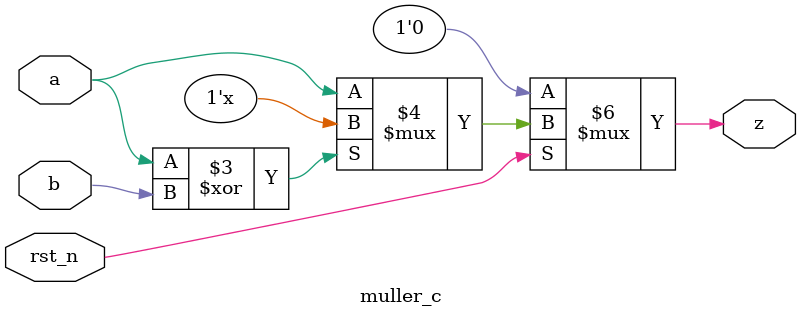
<source format=v>
`timescale 1ns / 1ps


module muller_c(
    input a,
    input b,
    input rst_n,
    output reg z
    );
    always@(*)
    begin
        if(!rst_n)
            z <= 0;
        else
            z <= (a^b)? z:a;
    end
endmodule

</source>
